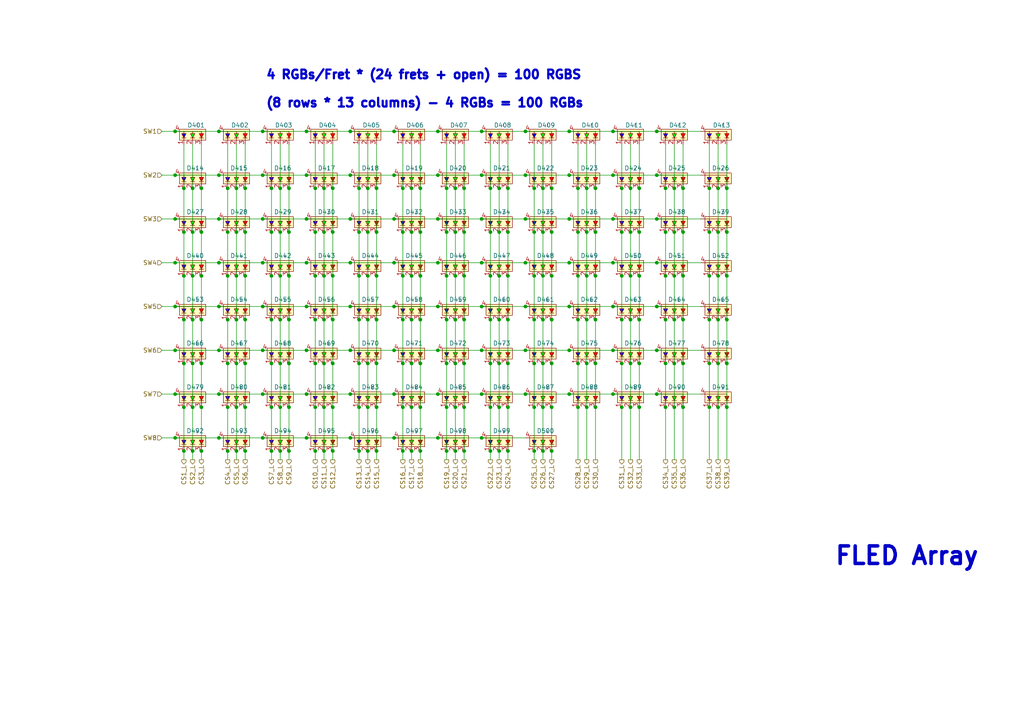
<source format=kicad_sch>
(kicad_sch (version 20250114) (generator "eeschema") (generator_version "9.0")
  (paper "A4")
  (title_block (title "Beacon Tower") (date "2025-06-14") (rev "1"))
  (text "FLED Array" (at 241.808 164.338 0) (effects (font (size 5.08 5.08) (thickness 1.016) (bold yes)) (justify left bottom)))
  (text "\n\n4 RGBs/Fret * (24 frets + open) = 100 RGBS\n\n(8 rows * 13 columns) - 4 RGBs = 100 RGBs" (at 76.962 31.496 0) (effects (font (size 2.54 2.54) (thickness 1.016) (bold yes)) (justify left bottom)))
  (junction (at 78.74 130.81))
  (junction (at 114.3 101.6))
  (junction (at 127 127))
  (junction (at 55.88 67.31))
  (junction (at 157.48 130.81))
  (junction (at 160.02 92.71))
  (junction (at 91.44 105.41))
  (junction (at 91.44 54.61))
  (junction (at 157.48 80.01))
  (junction (at 142.24 105.41))
  (junction (at 109.22 118.11))
  (junction (at 185.42 92.71))
  (junction (at 152.4 50.8))
  (junction (at 177.8 76.2))
  (junction (at 66.04 130.81))
  (junction (at 134.62 54.61))
  (junction (at 198.12 118.11))
  (junction (at 154.94 67.31))
  (junction (at 116.84 80.01))
  (junction (at 182.88 118.11))
  (junction (at 142.24 80.01))
  (junction (at 81.28 118.11))
  (junction (at 121.92 54.61))
  (junction (at 93.98 118.11))
  (junction (at 180.34 118.11))
  (junction (at 101.6 127))
  (junction (at 81.28 130.81))
  (junction (at 68.58 54.61))
  (junction (at 142.24 130.81))
  (junction (at 96.52 54.61))
  (junction (at 116.84 130.81))
  (junction (at 66.04 105.41))
  (junction (at 78.74 105.41))
  (junction (at 104.14 67.31))
  (junction (at 83.82 105.41))
  (junction (at 91.44 92.71))
  (junction (at 93.98 54.61))
  (junction (at 88.9 88.9))
  (junction (at 76.2 50.8))
  (junction (at 78.74 80.01))
  (junction (at 68.58 118.11))
  (junction (at 104.14 54.61))
  (junction (at 106.68 130.81))
  (junction (at 210.82 92.71))
  (junction (at 53.34 80.01))
  (junction (at 195.58 92.71))
  (junction (at 198.12 92.71))
  (junction (at 58.42 105.41))
  (junction (at 165.1 101.6))
  (junction (at 119.38 54.61))
  (junction (at 96.52 92.71))
  (junction (at 106.68 54.61))
  (junction (at 170.18 92.71))
  (junction (at 182.88 105.41))
  (junction (at 147.32 118.11))
  (junction (at 139.7 38.1))
  (junction (at 55.88 54.61))
  (junction (at 139.7 63.5))
  (junction (at 58.42 92.71))
  (junction (at 132.08 67.31))
  (junction (at 139.7 88.9))
  (junction (at 55.88 105.41))
  (junction (at 96.52 67.31))
  (junction (at 205.74 118.11))
  (junction (at 198.12 80.01))
  (junction (at 132.08 130.81))
  (junction (at 106.68 67.31))
  (junction (at 152.4 63.5))
  (junction (at 76.2 38.1))
  (junction (at 157.48 92.71))
  (junction (at 170.18 54.61))
  (junction (at 152.4 38.1))
  (junction (at 104.14 80.01))
  (junction (at 129.54 67.31))
  (junction (at 114.3 63.5))
  (junction (at 198.12 67.31))
  (junction (at 132.08 92.71))
  (junction (at 142.24 54.61))
  (junction (at 50.8 88.9))
  (junction (at 154.94 54.61))
  (junction (at 53.34 130.81))
  (junction (at 157.48 54.61))
  (junction (at 193.04 67.31))
  (junction (at 177.8 50.8))
  (junction (at 55.88 118.11))
  (junction (at 127 88.9))
  (junction (at 144.78 80.01))
  (junction (at 132.08 105.41))
  (junction (at 66.04 118.11))
  (junction (at 147.32 130.81))
  (junction (at 195.58 80.01))
  (junction (at 96.52 105.41))
  (junction (at 127 63.5))
  (junction (at 114.3 50.8))
  (junction (at 78.74 67.31))
  (junction (at 165.1 38.1))
  (junction (at 208.28 118.11))
  (junction (at 121.92 130.81))
  (junction (at 208.28 105.41))
  (junction (at 160.02 118.11))
  (junction (at 76.2 63.5))
  (junction (at 68.58 92.71))
  (junction (at 180.34 54.61))
  (junction (at 190.5 50.8))
  (junction (at 142.24 92.71))
  (junction (at 83.82 54.61))
  (junction (at 160.02 80.01))
  (junction (at 160.02 105.41))
  (junction (at 170.18 118.11))
  (junction (at 93.98 80.01))
  (junction (at 109.22 130.81))
  (junction (at 106.68 105.41))
  (junction (at 157.48 67.31))
  (junction (at 208.28 67.31))
  (junction (at 134.62 67.31))
  (junction (at 88.9 63.5))
  (junction (at 129.54 80.01))
  (junction (at 177.8 63.5))
  (junction (at 208.28 54.61))
  (junction (at 144.78 118.11))
  (junction (at 58.42 54.61))
  (junction (at 127 114.3))
  (junction (at 63.5 38.1))
  (junction (at 205.74 67.31))
  (junction (at 170.18 67.31))
  (junction (at 190.5 88.9))
  (junction (at 134.62 130.81))
  (junction (at 182.88 67.31))
  (junction (at 134.62 92.71))
  (junction (at 144.78 54.61))
  (junction (at 109.22 54.61))
  (junction (at 177.8 101.6))
  (junction (at 68.58 130.81))
  (junction (at 210.82 118.11))
  (junction (at 101.6 63.5))
  (junction (at 132.08 54.61))
  (junction (at 66.04 54.61))
  (junction (at 68.58 67.31))
  (junction (at 81.28 80.01))
  (junction (at 180.34 92.71))
  (junction (at 114.3 76.2))
  (junction (at 106.68 80.01))
  (junction (at 142.24 67.31))
  (junction (at 71.12 54.61))
  (junction (at 58.42 118.11))
  (junction (at 172.72 92.71))
  (junction (at 121.92 118.11))
  (junction (at 152.4 76.2))
  (junction (at 106.68 118.11))
  (junction (at 208.28 92.71))
  (junction (at 190.5 63.5))
  (junction (at 167.64 92.71))
  (junction (at 210.82 54.61))
  (junction (at 53.34 105.41))
  (junction (at 127 50.8))
  (junction (at 195.58 105.41))
  (junction (at 147.32 54.61))
  (junction (at 165.1 114.3))
  (junction (at 53.34 118.11))
  (junction (at 134.62 105.41))
  (junction (at 76.2 127))
  (junction (at 172.72 67.31))
  (junction (at 205.74 80.01))
  (junction (at 93.98 92.71))
  (junction (at 205.74 105.41))
  (junction (at 119.38 80.01))
  (junction (at 76.2 101.6))
  (junction (at 55.88 92.71))
  (junction (at 63.5 127))
  (junction (at 185.42 54.61))
  (junction (at 205.74 54.61))
  (junction (at 139.7 114.3))
  (junction (at 93.98 105.41))
  (junction (at 152.4 88.9))
  (junction (at 129.54 92.71))
  (junction (at 68.58 105.41))
  (junction (at 114.3 88.9))
  (junction (at 63.5 76.2))
  (junction (at 63.5 88.9))
  (junction (at 71.12 92.71))
  (junction (at 160.02 54.61))
  (junction (at 193.04 118.11))
  (junction (at 50.8 127))
  (junction (at 160.02 67.31))
  (junction (at 198.12 54.61))
  (junction (at 142.24 118.11))
  (junction (at 78.74 118.11))
  (junction (at 154.94 80.01))
  (junction (at 198.12 105.41))
  (junction (at 165.1 50.8))
  (junction (at 53.34 67.31))
  (junction (at 109.22 105.41))
  (junction (at 50.8 114.3))
  (junction (at 177.8 38.1))
  (junction (at 81.28 92.71))
  (junction (at 167.64 80.01))
  (junction (at 71.12 105.41))
  (junction (at 81.28 54.61))
  (junction (at 50.8 101.6))
  (junction (at 88.9 127))
  (junction (at 132.08 80.01))
  (junction (at 50.8 76.2))
  (junction (at 66.04 92.71))
  (junction (at 68.58 80.01))
  (junction (at 114.3 38.1))
  (junction (at 129.54 118.11))
  (junction (at 154.94 105.41))
  (junction (at 144.78 130.81))
  (junction (at 91.44 118.11))
  (junction (at 58.42 67.31))
  (junction (at 83.82 67.31))
  (junction (at 165.1 63.5))
  (junction (at 195.58 118.11))
  (junction (at 71.12 118.11))
  (junction (at 91.44 67.31))
  (junction (at 167.64 118.11))
  (junction (at 76.2 76.2))
  (junction (at 58.42 130.81))
  (junction (at 104.14 105.41))
  (junction (at 172.72 118.11))
  (junction (at 152.4 101.6))
  (junction (at 55.88 80.01))
  (junction (at 205.74 92.71))
  (junction (at 170.18 105.41))
  (junction (at 71.12 130.81))
  (junction (at 167.64 54.61))
  (junction (at 147.32 67.31))
  (junction (at 109.22 80.01))
  (junction (at 134.62 80.01))
  (junction (at 109.22 67.31))
  (junction (at 88.9 114.3))
  (junction (at 91.44 80.01))
  (junction (at 157.48 105.41))
  (junction (at 71.12 67.31))
  (junction (at 208.28 80.01))
  (junction (at 96.52 130.81))
  (junction (at 190.5 76.2))
  (junction (at 101.6 38.1))
  (junction (at 129.54 105.41))
  (junction (at 101.6 50.8))
  (junction (at 134.62 118.11))
  (junction (at 154.94 118.11))
  (junction (at 58.42 80.01))
  (junction (at 96.52 118.11))
  (junction (at 172.72 105.41))
  (junction (at 88.9 76.2))
  (junction (at 177.8 88.9))
  (junction (at 88.9 50.8))
  (junction (at 119.38 67.31))
  (junction (at 101.6 101.6))
  (junction (at 116.84 92.71))
  (junction (at 114.3 114.3))
  (junction (at 139.7 76.2))
  (junction (at 167.64 67.31))
  (junction (at 193.04 105.41))
  (junction (at 144.78 92.71))
  (junction (at 76.2 114.3))
  (junction (at 66.04 67.31))
  (junction (at 96.52 80.01))
  (junction (at 101.6 114.3))
  (junction (at 177.8 114.3))
  (junction (at 182.88 54.61))
  (junction (at 147.32 92.71))
  (junction (at 104.14 118.11))
  (junction (at 185.42 80.01))
  (junction (at 167.64 105.41))
  (junction (at 121.92 67.31))
  (junction (at 127 76.2))
  (junction (at 193.04 80.01))
  (junction (at 139.7 127))
  (junction (at 182.88 92.71))
  (junction (at 210.82 80.01))
  (junction (at 160.02 130.81))
  (junction (at 116.84 54.61))
  (junction (at 172.72 54.61))
  (junction (at 53.34 54.61))
  (junction (at 195.58 54.61))
  (junction (at 93.98 67.31))
  (junction (at 190.5 38.1))
  (junction (at 210.82 67.31))
  (junction (at 121.92 80.01))
  (junction (at 157.48 118.11))
  (junction (at 50.8 38.1))
  (junction (at 147.32 105.41))
  (junction (at 165.1 88.9))
  (junction (at 152.4 114.3))
  (junction (at 63.5 101.6))
  (junction (at 109.22 92.71))
  (junction (at 139.7 50.8))
  (junction (at 129.54 54.61))
  (junction (at 210.82 105.41))
  (junction (at 127 101.6))
  (junction (at 104.14 92.71))
  (junction (at 63.5 114.3))
  (junction (at 127 38.1))
  (junction (at 71.12 80.01))
  (junction (at 119.38 105.41))
  (junction (at 106.68 92.71))
  (junction (at 81.28 105.41))
  (junction (at 119.38 130.81))
  (junction (at 93.98 130.81))
  (junction (at 53.34 92.71))
  (junction (at 180.34 105.41))
  (junction (at 83.82 92.71))
  (junction (at 195.58 67.31))
  (junction (at 190.5 101.6))
  (junction (at 101.6 88.9))
  (junction (at 83.82 118.11))
  (junction (at 132.08 118.11))
  (junction (at 88.9 38.1))
  (junction (at 193.04 92.71))
  (junction (at 147.32 80.01))
  (junction (at 129.54 130.81))
  (junction (at 185.42 105.41))
  (junction (at 83.82 80.01))
  (junction (at 88.9 101.6))
  (junction (at 116.84 118.11))
  (junction (at 180.34 80.01))
  (junction (at 190.5 114.3))
  (junction (at 50.8 63.5))
  (junction (at 119.38 92.71))
  (junction (at 63.5 63.5))
  (junction (at 119.38 118.11))
  (junction (at 172.72 80.01))
  (junction (at 55.88 130.81))
  (junction (at 78.74 54.61))
  (junction (at 78.74 92.71))
  (junction (at 114.3 127))
  (junction (at 144.78 105.41))
  (junction (at 104.14 130.81))
  (junction (at 91.44 130.81))
  (junction (at 81.28 67.31))
  (junction (at 121.92 105.41))
  (junction (at 182.88 80.01))
  (junction (at 116.84 105.41))
  (junction (at 50.8 50.8))
  (junction (at 144.78 67.31))
  (junction (at 63.5 50.8))
  (junction (at 76.2 88.9))
  (junction (at 83.82 130.81))
  (junction (at 185.42 118.11))
  (junction (at 66.04 80.01))
  (junction (at 165.1 76.2))
  (junction (at 101.6 76.2))
  (junction (at 139.7 101.6))
  (junction (at 193.04 54.61))
  (junction (at 180.34 67.31))
  (junction (at 121.92 92.71))
  (junction (at 170.18 80.01))
  (junction (at 185.42 67.31))
  (junction (at 116.84 67.31))
  (junction (at 154.94 130.81))
  (junction (at 154.94 92.71))
  (wire (pts (xy 119.38 67.31) (xy 119.38 80.01)))
  (wire (pts (xy 55.88 105.41) (xy 55.88 118.11)))
  (wire (pts (xy 114.3 101.6) (xy 127 101.6)))
  (wire (pts (xy 195.58 54.61) (xy 195.58 67.31)))
  (wire (pts (xy 88.9 76.2) (xy 101.6 76.2)))
  (wire (pts (xy 152.4 50.8) (xy 165.1 50.8)))
  (wire (pts (xy 93.98 92.71) (xy 93.98 105.41)))
  (wire (pts (xy 66.04 118.11) (xy 66.04 130.81)))
  (wire (pts (xy 116.84 67.31) (xy 116.84 80.01)))
  (wire (pts (xy 154.94 105.41) (xy 154.94 118.11)))
  (wire (pts (xy 142.24 130.81) (xy 142.24 133.35)))
  (wire (pts (xy 46.99 76.2) (xy 50.8 76.2)))
  (wire (pts (xy 78.74 41.91) (xy 78.74 54.61)))
  (wire (pts (xy 96.52 41.91) (xy 96.52 54.61)))
  (wire (pts (xy 71.12 41.91) (xy 71.12 54.61)))
  (wire (pts (xy 81.28 92.71) (xy 81.28 105.41)))
  (wire (pts (xy 180.34 118.11) (xy 180.34 133.35)))
  (wire (pts (xy 68.58 67.31) (xy 68.58 80.01)))
  (wire (pts (xy 88.9 114.3) (xy 101.6 114.3)))
  (wire (pts (xy 210.82 80.01) (xy 210.82 92.71)))
  (wire (pts (xy 160.02 92.71) (xy 160.02 105.41)))
  (wire (pts (xy 152.4 101.6) (xy 165.1 101.6)))
  (wire (pts (xy 160.02 54.61) (xy 160.02 67.31)))
  (wire (pts (xy 208.28 118.11) (xy 208.28 133.35)))
  (wire (pts (xy 144.78 80.01) (xy 144.78 92.71)))
  (wire (pts (xy 208.28 54.61) (xy 208.28 67.31)))
  (wire (pts (xy 127 50.8) (xy 139.7 50.8)))
  (wire (pts (xy 170.18 80.01) (xy 170.18 92.71)))
  (wire (pts (xy 63.5 38.1) (xy 76.2 38.1)))
  (wire (pts (xy 88.9 88.9) (xy 101.6 88.9)))
  (wire (pts (xy 121.92 80.01) (xy 121.92 92.71)))
  (wire (pts (xy 182.88 67.31) (xy 182.88 80.01)))
  (wire (pts (xy 83.82 105.41) (xy 83.82 118.11)))
  (wire (pts (xy 142.24 67.31) (xy 142.24 80.01)))
  (wire (pts (xy 198.12 118.11) (xy 198.12 133.35)))
  (wire (pts (xy 121.92 130.81) (xy 121.92 133.35)))
  (wire (pts (xy 129.54 130.81) (xy 129.54 133.35)))
  (wire (pts (xy 205.74 92.71) (xy 205.74 105.41)))
  (wire (pts (xy 170.18 67.31) (xy 170.18 80.01)))
  (wire (pts (xy 165.1 50.8) (xy 177.8 50.8)))
  (wire (pts (xy 78.74 54.61) (xy 78.74 67.31)))
  (wire (pts (xy 167.64 67.31) (xy 167.64 80.01)))
  (wire (pts (xy 172.72 92.71) (xy 172.72 105.41)))
  (wire (pts (xy 132.08 41.91) (xy 132.08 54.61)))
  (wire (pts (xy 147.32 80.01) (xy 147.32 92.71)))
  (wire (pts (xy 116.84 41.91) (xy 116.84 54.61)))
  (wire (pts (xy 160.02 41.91) (xy 160.02 54.61)))
  (wire (pts (xy 93.98 54.61) (xy 93.98 67.31)))
  (wire (pts (xy 83.82 118.11) (xy 83.82 130.81)))
  (wire (pts (xy 58.42 92.71) (xy 58.42 105.41)))
  (wire (pts (xy 71.12 118.11) (xy 71.12 130.81)))
  (wire (pts (xy 50.8 76.2) (xy 63.5 76.2)))
  (wire (pts (xy 127 127) (xy 139.7 127)))
  (wire (pts (xy 165.1 76.2) (xy 177.8 76.2)))
  (wire (pts (xy 172.72 118.11) (xy 172.72 133.35)))
  (wire (pts (xy 83.82 67.31) (xy 83.82 80.01)))
  (wire (pts (xy 154.94 80.01) (xy 154.94 92.71)))
  (wire (pts (xy 193.04 105.41) (xy 193.04 118.11)))
  (wire (pts (xy 208.28 105.41) (xy 208.28 118.11)))
  (wire (pts (xy 63.5 127) (xy 76.2 127)))
  (wire (pts (xy 76.2 50.8) (xy 88.9 50.8)))
  (wire (pts (xy 154.94 118.11) (xy 154.94 130.81)))
  (wire (pts (xy 205.74 118.11) (xy 205.74 133.35)))
  (wire (pts (xy 195.58 80.01) (xy 195.58 92.71)))
  (wire (pts (xy 139.7 63.5) (xy 152.4 63.5)))
  (wire (pts (xy 177.8 63.5) (xy 190.5 63.5)))
  (wire (pts (xy 119.38 105.41) (xy 119.38 118.11)))
  (wire (pts (xy 55.88 80.01) (xy 55.88 92.71)))
  (wire (pts (xy 205.74 105.41) (xy 205.74 118.11)))
  (wire (pts (xy 154.94 54.61) (xy 154.94 67.31)))
  (wire (pts (xy 134.62 130.81) (xy 134.62 133.35)))
  (wire (pts (xy 147.32 105.41) (xy 147.32 118.11)))
  (wire (pts (xy 119.38 80.01) (xy 119.38 92.71)))
  (wire (pts (xy 68.58 41.91) (xy 68.58 54.61)))
  (wire (pts (xy 78.74 118.11) (xy 78.74 130.81)))
  (wire (pts (xy 81.28 130.81) (xy 81.28 133.35)))
  (wire (pts (xy 134.62 41.91) (xy 134.62 54.61)))
  (wire (pts (xy 134.62 118.11) (xy 134.62 130.81)))
  (wire (pts (xy 66.04 67.31) (xy 66.04 80.01)))
  (wire (pts (xy 58.42 80.01) (xy 58.42 92.71)))
  (wire (pts (xy 167.64 105.41) (xy 167.64 118.11)))
  (wire (pts (xy 139.7 88.9) (xy 152.4 88.9)))
  (wire (pts (xy 55.88 130.81) (xy 55.88 133.35)))
  (wire (pts (xy 63.5 76.2) (xy 76.2 76.2)))
  (wire (pts (xy 114.3 76.2) (xy 127 76.2)))
  (wire (pts (xy 76.2 127) (xy 88.9 127)))
  (wire (pts (xy 157.48 130.81) (xy 157.48 133.35)))
  (wire (pts (xy 50.8 114.3) (xy 63.5 114.3)))
  (wire (pts (xy 127 101.6) (xy 139.7 101.6)))
  (wire (pts (xy 142.24 105.41) (xy 142.24 118.11)))
  (wire (pts (xy 134.62 105.41) (xy 134.62 118.11)))
  (wire (pts (xy 129.54 80.01) (xy 129.54 92.71)))
  (wire (pts (xy 109.22 130.81) (xy 109.22 133.35)))
  (wire (pts (xy 78.74 92.71) (xy 78.74 105.41)))
  (wire (pts (xy 177.8 114.3) (xy 190.5 114.3)))
  (wire (pts (xy 185.42 54.61) (xy 185.42 67.31)))
  (wire (pts (xy 154.94 41.91) (xy 154.94 54.61)))
  (wire (pts (xy 55.88 92.71) (xy 55.88 105.41)))
  (wire (pts (xy 78.74 80.01) (xy 78.74 92.71)))
  (wire (pts (xy 114.3 88.9) (xy 127 88.9)))
  (wire (pts (xy 109.22 105.41) (xy 109.22 118.11)))
  (wire (pts (xy 58.42 41.91) (xy 58.42 54.61)))
  (wire (pts (xy 157.48 92.71) (xy 157.48 105.41)))
  (wire (pts (xy 190.5 76.2) (xy 203.2 76.2)))
  (wire (pts (xy 119.38 92.71) (xy 119.38 105.41)))
  (wire (pts (xy 198.12 80.01) (xy 198.12 92.71)))
  (wire (pts (xy 132.08 54.61) (xy 132.08 67.31)))
  (wire (pts (xy 53.34 92.71) (xy 53.34 105.41)))
  (wire (pts (xy 170.18 118.11) (xy 170.18 133.35)))
  (wire (pts (xy 116.84 105.41) (xy 116.84 118.11)))
  (wire (pts (xy 182.88 80.01) (xy 182.88 92.71)))
  (wire (pts (xy 68.58 80.01) (xy 68.58 92.71)))
  (wire (pts (xy 83.82 80.01) (xy 83.82 92.71)))
  (wire (pts (xy 71.12 130.81) (xy 71.12 133.35)))
  (wire (pts (xy 81.28 118.11) (xy 81.28 130.81)))
  (wire (pts (xy 190.5 38.1) (xy 203.2 38.1)))
  (wire (pts (xy 101.6 101.6) (xy 114.3 101.6)))
  (wire (pts (xy 121.92 41.91) (xy 121.92 54.61)))
  (wire (pts (xy 195.58 105.41) (xy 195.58 118.11)))
  (wire (pts (xy 71.12 67.31) (xy 71.12 80.01)))
  (wire (pts (xy 109.22 92.71) (xy 109.22 105.41)))
  (wire (pts (xy 193.04 41.91) (xy 193.04 54.61)))
  (wire (pts (xy 182.88 92.71) (xy 182.88 105.41)))
  (wire (pts (xy 132.08 67.31) (xy 132.08 80.01)))
  (wire (pts (xy 88.9 63.5) (xy 101.6 63.5)))
  (wire (pts (xy 167.64 80.01) (xy 167.64 92.71)))
  (wire (pts (xy 96.52 92.71) (xy 96.52 105.41)))
  (wire (pts (xy 195.58 41.91) (xy 195.58 54.61)))
  (wire (pts (xy 165.1 88.9) (xy 177.8 88.9)))
  (wire (pts (xy 142.24 41.91) (xy 142.24 54.61)))
  (wire (pts (xy 116.84 80.01) (xy 116.84 92.71)))
  (wire (pts (xy 109.22 67.31) (xy 109.22 80.01)))
  (wire (pts (xy 208.28 92.71) (xy 208.28 105.41)))
  (wire (pts (xy 96.52 105.41) (xy 96.52 118.11)))
  (wire (pts (xy 190.5 63.5) (xy 203.2 63.5)))
  (wire (pts (xy 129.54 41.91) (xy 129.54 54.61)))
  (wire (pts (xy 76.2 63.5) (xy 88.9 63.5)))
  (wire (pts (xy 76.2 76.2) (xy 88.9 76.2)))
  (wire (pts (xy 177.8 76.2) (xy 190.5 76.2)))
  (wire (pts (xy 53.34 54.61) (xy 53.34 67.31)))
  (wire (pts (xy 165.1 63.5) (xy 177.8 63.5)))
  (wire (pts (xy 101.6 50.8) (xy 114.3 50.8)))
  (wire (pts (xy 66.04 41.91) (xy 66.04 54.61)))
  (wire (pts (xy 157.48 118.11) (xy 157.48 130.81)))
  (wire (pts (xy 142.24 80.01) (xy 142.24 92.71)))
  (wire (pts (xy 101.6 88.9) (xy 114.3 88.9)))
  (wire (pts (xy 104.14 67.31) (xy 104.14 80.01)))
  (wire (pts (xy 154.94 67.31) (xy 154.94 80.01)))
  (wire (pts (xy 50.8 101.6) (xy 63.5 101.6)))
  (wire (pts (xy 132.08 105.41) (xy 132.08 118.11)))
  (wire (pts (xy 91.44 67.31) (xy 91.44 80.01)))
  (wire (pts (xy 101.6 63.5) (xy 114.3 63.5)))
  (wire (pts (xy 139.7 127) (xy 152.4 127)))
  (wire (pts (xy 114.3 63.5) (xy 127 63.5)))
  (wire (pts (xy 144.78 41.91) (xy 144.78 54.61)))
  (wire (pts (xy 114.3 38.1) (xy 127 38.1)))
  (wire (pts (xy 71.12 54.61) (xy 71.12 67.31)))
  (wire (pts (xy 210.82 92.71) (xy 210.82 105.41)))
  (wire (pts (xy 116.84 118.11) (xy 116.84 130.81)))
  (wire (pts (xy 53.34 41.91) (xy 53.34 54.61)))
  (wire (pts (xy 46.99 127) (xy 50.8 127)))
  (wire (pts (xy 210.82 54.61) (xy 210.82 67.31)))
  (wire (pts (xy 193.04 118.11) (xy 193.04 133.35)))
  (wire (pts (xy 139.7 101.6) (xy 152.4 101.6)))
  (wire (pts (xy 190.5 101.6) (xy 203.2 101.6)))
  (wire (pts (xy 53.34 67.31) (xy 53.34 80.01)))
  (wire (pts (xy 121.92 92.71) (xy 121.92 105.41)))
  (wire (pts (xy 132.08 92.71) (xy 132.08 105.41)))
  (wire (pts (xy 144.78 92.71) (xy 144.78 105.41)))
  (wire (pts (xy 58.42 54.61) (xy 58.42 67.31)))
  (wire (pts (xy 66.04 80.01) (xy 66.04 92.71)))
  (wire (pts (xy 193.04 67.31) (xy 193.04 80.01)))
  (wire (pts (xy 129.54 67.31) (xy 129.54 80.01)))
  (wire (pts (xy 134.62 54.61) (xy 134.62 67.31)))
  (wire (pts (xy 160.02 105.41) (xy 160.02 118.11)))
  (wire (pts (xy 127 88.9) (xy 139.7 88.9)))
  (wire (pts (xy 53.34 105.41) (xy 53.34 118.11)))
  (wire (pts (xy 50.8 88.9) (xy 63.5 88.9)))
  (wire (pts (xy 147.32 92.71) (xy 147.32 105.41)))
  (wire (pts (xy 180.34 54.61) (xy 180.34 67.31)))
  (wire (pts (xy 114.3 50.8) (xy 127 50.8)))
  (wire (pts (xy 139.7 38.1) (xy 152.4 38.1)))
  (wire (pts (xy 182.88 118.11) (xy 182.88 133.35)))
  (wire (pts (xy 106.68 118.11) (xy 106.68 130.81)))
  (wire (pts (xy 83.82 130.81) (xy 83.82 133.35)))
  (wire (pts (xy 71.12 92.71) (xy 71.12 105.41)))
  (wire (pts (xy 63.5 88.9) (xy 76.2 88.9)))
  (wire (pts (xy 129.54 92.71) (xy 129.54 105.41)))
  (wire (pts (xy 152.4 76.2) (xy 165.1 76.2)))
  (wire (pts (xy 144.78 118.11) (xy 144.78 130.81)))
  (wire (pts (xy 170.18 41.91) (xy 170.18 54.61)))
  (wire (pts (xy 190.5 50.8) (xy 203.2 50.8)))
  (wire (pts (xy 170.18 54.61) (xy 170.18 67.31)))
  (wire (pts (xy 46.99 114.3) (xy 50.8 114.3)))
  (wire (pts (xy 205.74 67.31) (xy 205.74 80.01)))
  (wire (pts (xy 157.48 41.91) (xy 157.48 54.61)))
  (wire (pts (xy 93.98 105.41) (xy 93.98 118.11)))
  (wire (pts (xy 195.58 118.11) (xy 195.58 133.35)))
  (wire (pts (xy 81.28 54.61) (xy 81.28 67.31)))
  (wire (pts (xy 93.98 80.01) (xy 93.98 92.71)))
  (wire (pts (xy 109.22 118.11) (xy 109.22 130.81)))
  (wire (pts (xy 63.5 114.3) (xy 76.2 114.3)))
  (wire (pts (xy 104.14 130.81) (xy 104.14 133.35)))
  (wire (pts (xy 104.14 105.41) (xy 104.14 118.11)))
  (wire (pts (xy 185.42 67.31) (xy 185.42 80.01)))
  (wire (pts (xy 55.88 54.61) (xy 55.88 67.31)))
  (wire (pts (xy 116.84 92.71) (xy 116.84 105.41)))
  (wire (pts (xy 193.04 80.01) (xy 193.04 92.71)))
  (wire (pts (xy 88.9 101.6) (xy 101.6 101.6)))
  (wire (pts (xy 68.58 130.81) (xy 68.58 133.35)))
  (wire (pts (xy 160.02 118.11) (xy 160.02 130.81)))
  (wire (pts (xy 127 63.5) (xy 139.7 63.5)))
  (wire (pts (xy 93.98 130.81) (xy 93.98 133.35)))
  (wire (pts (xy 167.64 54.61) (xy 167.64 67.31)))
  (wire (pts (xy 142.24 92.71) (xy 142.24 105.41)))
  (wire (pts (xy 91.44 92.71) (xy 91.44 105.41)))
  (wire (pts (xy 91.44 105.41) (xy 91.44 118.11)))
  (wire (pts (xy 104.14 80.01) (xy 104.14 92.71)))
  (wire (pts (xy 50.8 38.1) (xy 63.5 38.1)))
  (wire (pts (xy 147.32 118.11) (xy 147.32 130.81)))
  (wire (pts (xy 104.14 92.71) (xy 104.14 105.41)))
  (wire (pts (xy 198.12 41.91) (xy 198.12 54.61)))
  (wire (pts (xy 55.88 67.31) (xy 55.88 80.01)))
  (wire (pts (xy 157.48 105.41) (xy 157.48 118.11)))
  (wire (pts (xy 121.92 67.31) (xy 121.92 80.01)))
  (wire (pts (xy 91.44 118.11) (xy 91.44 130.81)))
  (wire (pts (xy 154.94 92.71) (xy 154.94 105.41)))
  (wire (pts (xy 58.42 67.31) (xy 58.42 80.01)))
  (wire (pts (xy 182.88 105.41) (xy 182.88 118.11)))
  (wire (pts (xy 170.18 92.71) (xy 170.18 105.41)))
  (wire (pts (xy 116.84 130.81) (xy 116.84 133.35)))
  (wire (pts (xy 81.28 41.91) (xy 81.28 54.61)))
  (wire (pts (xy 182.88 41.91) (xy 182.88 54.61)))
  (wire (pts (xy 68.58 92.71) (xy 68.58 105.41)))
  (wire (pts (xy 165.1 101.6) (xy 177.8 101.6)))
  (wire (pts (xy 152.4 114.3) (xy 165.1 114.3)))
  (wire (pts (xy 106.68 80.01) (xy 106.68 92.71)))
  (wire (pts (xy 63.5 101.6) (xy 76.2 101.6)))
  (wire (pts (xy 208.28 80.01) (xy 208.28 92.71)))
  (wire (pts (xy 144.78 130.81) (xy 144.78 133.35)))
  (wire (pts (xy 71.12 105.41) (xy 71.12 118.11)))
  (wire (pts (xy 198.12 105.41) (xy 198.12 118.11)))
  (wire (pts (xy 81.28 105.41) (xy 81.28 118.11)))
  (wire (pts (xy 46.99 101.6) (xy 50.8 101.6)))
  (wire (pts (xy 121.92 54.61) (xy 121.92 67.31)))
  (wire (pts (xy 91.44 130.81) (xy 91.44 133.35)))
  (wire (pts (xy 88.9 50.8) (xy 101.6 50.8)))
  (wire (pts (xy 101.6 114.3) (xy 114.3 114.3)))
  (wire (pts (xy 71.12 80.01) (xy 71.12 92.71)))
  (wire (pts (xy 210.82 67.31) (xy 210.82 80.01)))
  (wire (pts (xy 116.84 54.61) (xy 116.84 67.31)))
  (wire (pts (xy 132.08 80.01) (xy 132.08 92.71)))
  (wire (pts (xy 167.64 92.71) (xy 167.64 105.41)))
  (wire (pts (xy 185.42 80.01) (xy 185.42 92.71)))
  (wire (pts (xy 93.98 67.31) (xy 93.98 80.01)))
  (wire (pts (xy 180.34 41.91) (xy 180.34 54.61)))
  (wire (pts (xy 96.52 67.31) (xy 96.52 80.01)))
  (wire (pts (xy 106.68 41.91) (xy 106.68 54.61)))
  (wire (pts (xy 81.28 80.01) (xy 81.28 92.71)))
  (wire (pts (xy 185.42 92.71) (xy 185.42 105.41)))
  (wire (pts (xy 142.24 118.11) (xy 142.24 130.81)))
  (wire (pts (xy 93.98 118.11) (xy 93.98 130.81)))
  (wire (pts (xy 185.42 41.91) (xy 185.42 54.61)))
  (wire (pts (xy 157.48 67.31) (xy 157.48 80.01)))
  (wire (pts (xy 208.28 41.91) (xy 208.28 54.61)))
  (wire (pts (xy 129.54 105.41) (xy 129.54 118.11)))
  (wire (pts (xy 78.74 67.31) (xy 78.74 80.01)))
  (wire (pts (xy 106.68 92.71) (xy 106.68 105.41)))
  (wire (pts (xy 46.99 38.1) (xy 50.8 38.1)))
  (wire (pts (xy 53.34 80.01) (xy 53.34 92.71)))
  (wire (pts (xy 119.38 41.91) (xy 119.38 54.61)))
  (wire (pts (xy 106.68 67.31) (xy 106.68 80.01)))
  (wire (pts (xy 109.22 80.01) (xy 109.22 92.71)))
  (wire (pts (xy 172.72 41.91) (xy 172.72 54.61)))
  (wire (pts (xy 144.78 67.31) (xy 144.78 80.01)))
  (wire (pts (xy 127 114.3) (xy 139.7 114.3)))
  (wire (pts (xy 210.82 105.41) (xy 210.82 118.11)))
  (wire (pts (xy 129.54 118.11) (xy 129.54 130.81)))
  (wire (pts (xy 76.2 114.3) (xy 88.9 114.3)))
  (wire (pts (xy 198.12 54.61) (xy 198.12 67.31)))
  (wire (pts (xy 144.78 105.41) (xy 144.78 118.11)))
  (wire (pts (xy 114.3 127) (xy 127 127)))
  (wire (pts (xy 46.99 63.5) (xy 50.8 63.5)))
  (wire (pts (xy 180.34 105.41) (xy 180.34 118.11)))
  (wire (pts (xy 46.99 50.8) (xy 50.8 50.8)))
  (wire (pts (xy 172.72 80.01) (xy 172.72 92.71)))
  (wire (pts (xy 177.8 50.8) (xy 190.5 50.8)))
  (wire (pts (xy 109.22 54.61) (xy 109.22 67.31)))
  (wire (pts (xy 76.2 88.9) (xy 88.9 88.9)))
  (wire (pts (xy 190.5 114.3) (xy 203.2 114.3)))
  (wire (pts (xy 83.82 54.61) (xy 83.82 67.31)))
  (wire (pts (xy 58.42 118.11) (xy 58.42 130.81)))
  (wire (pts (xy 101.6 127) (xy 114.3 127)))
  (wire (pts (xy 96.52 118.11) (xy 96.52 130.81)))
  (wire (pts (xy 205.74 80.01) (xy 205.74 92.71)))
  (wire (pts (xy 152.4 38.1) (xy 165.1 38.1)))
  (wire (pts (xy 66.04 130.81) (xy 66.04 133.35)))
  (wire (pts (xy 127 76.2) (xy 139.7 76.2)))
  (wire (pts (xy 101.6 76.2) (xy 114.3 76.2)))
  (wire (pts (xy 68.58 118.11) (xy 68.58 130.81)))
  (wire (pts (xy 177.8 38.1) (xy 190.5 38.1)))
  (wire (pts (xy 78.74 130.81) (xy 78.74 133.35)))
  (wire (pts (xy 165.1 114.3) (xy 177.8 114.3)))
  (wire (pts (xy 114.3 114.3) (xy 127 114.3)))
  (wire (pts (xy 119.38 118.11) (xy 119.38 130.81)))
  (wire (pts (xy 63.5 63.5) (xy 76.2 63.5)))
  (wire (pts (xy 134.62 80.01) (xy 134.62 92.71)))
  (wire (pts (xy 104.14 41.91) (xy 104.14 54.61)))
  (wire (pts (xy 121.92 118.11) (xy 121.92 130.81)))
  (wire (pts (xy 50.8 50.8) (xy 63.5 50.8)))
  (wire (pts (xy 76.2 101.6) (xy 88.9 101.6)))
  (wire (pts (xy 167.64 41.91) (xy 167.64 54.61)))
  (wire (pts (xy 58.42 130.81) (xy 58.42 133.35)))
  (wire (pts (xy 177.8 88.9) (xy 190.5 88.9)))
  (wire (pts (xy 66.04 54.61) (xy 66.04 67.31)))
  (wire (pts (xy 193.04 54.61) (xy 193.04 67.31)))
  (wire (pts (xy 160.02 130.81) (xy 160.02 133.35)))
  (wire (pts (xy 127 38.1) (xy 139.7 38.1)))
  (wire (pts (xy 55.88 41.91) (xy 55.88 54.61)))
  (wire (pts (xy 106.68 105.41) (xy 106.68 118.11)))
  (wire (pts (xy 104.14 118.11) (xy 104.14 130.81)))
  (wire (pts (xy 157.48 54.61) (xy 157.48 67.31)))
  (wire (pts (xy 177.8 101.6) (xy 190.5 101.6)))
  (wire (pts (xy 88.9 127) (xy 101.6 127)))
  (wire (pts (xy 139.7 50.8) (xy 152.4 50.8)))
  (wire (pts (xy 83.82 92.71) (xy 83.82 105.41)))
  (wire (pts (xy 78.74 105.41) (xy 78.74 118.11)))
  (wire (pts (xy 96.52 54.61) (xy 96.52 67.31)))
  (wire (pts (xy 210.82 118.11) (xy 210.82 133.35)))
  (wire (pts (xy 198.12 67.31) (xy 198.12 80.01)))
  (wire (pts (xy 147.32 54.61) (xy 147.32 67.31)))
  (wire (pts (xy 119.38 130.81) (xy 119.38 133.35)))
  (wire (pts (xy 180.34 67.31) (xy 180.34 80.01)))
  (wire (pts (xy 165.1 38.1) (xy 177.8 38.1)))
  (wire (pts (xy 182.88 54.61) (xy 182.88 67.31)))
  (wire (pts (xy 180.34 80.01) (xy 180.34 92.71)))
  (wire (pts (xy 190.5 88.9) (xy 203.2 88.9)))
  (wire (pts (xy 185.42 118.11) (xy 185.42 133.35)))
  (wire (pts (xy 50.8 127) (xy 63.5 127)))
  (wire (pts (xy 104.14 54.61) (xy 104.14 67.31)))
  (wire (pts (xy 83.82 41.91) (xy 83.82 54.61)))
  (wire (pts (xy 66.04 105.41) (xy 66.04 118.11)))
  (wire (pts (xy 68.58 105.41) (xy 68.58 118.11)))
  (wire (pts (xy 58.42 105.41) (xy 58.42 118.11)))
  (wire (pts (xy 88.9 38.1) (xy 101.6 38.1)))
  (wire (pts (xy 93.98 41.91) (xy 93.98 54.61)))
  (wire (pts (xy 195.58 67.31) (xy 195.58 80.01)))
  (wire (pts (xy 119.38 54.61) (xy 119.38 67.31)))
  (wire (pts (xy 68.58 54.61) (xy 68.58 67.31)))
  (wire (pts (xy 210.82 41.91) (xy 210.82 54.61)))
  (wire (pts (xy 193.04 92.71) (xy 193.04 105.41)))
  (wire (pts (xy 154.94 130.81) (xy 154.94 133.35)))
  (wire (pts (xy 205.74 41.91) (xy 205.74 54.61)))
  (wire (pts (xy 55.88 118.11) (xy 55.88 130.81)))
  (wire (pts (xy 152.4 88.9) (xy 165.1 88.9)))
  (wire (pts (xy 91.44 80.01) (xy 91.44 92.71)))
  (wire (pts (xy 121.92 105.41) (xy 121.92 118.11)))
  (wire (pts (xy 152.4 63.5) (xy 165.1 63.5)))
  (wire (pts (xy 50.8 63.5) (xy 63.5 63.5)))
  (wire (pts (xy 134.62 92.71) (xy 134.62 105.41)))
  (wire (pts (xy 147.32 130.81) (xy 147.32 133.35)))
  (wire (pts (xy 106.68 54.61) (xy 106.68 67.31)))
  (wire (pts (xy 46.99 88.9) (xy 50.8 88.9)))
  (wire (pts (xy 96.52 80.01) (xy 96.52 92.71)))
  (wire (pts (xy 142.24 54.61) (xy 142.24 67.31)))
  (wire (pts (xy 91.44 41.91) (xy 91.44 54.61)))
  (wire (pts (xy 160.02 67.31) (xy 160.02 80.01)))
  (wire (pts (xy 180.34 92.71) (xy 180.34 105.41)))
  (wire (pts (xy 53.34 118.11) (xy 53.34 130.81)))
  (wire (pts (xy 106.68 130.81) (xy 106.68 133.35)))
  (wire (pts (xy 53.34 130.81) (xy 53.34 133.35)))
  (wire (pts (xy 208.28 67.31) (xy 208.28 80.01)))
  (wire (pts (xy 91.44 54.61) (xy 91.44 67.31)))
  (wire (pts (xy 172.72 54.61) (xy 172.72 67.31)))
  (wire (pts (xy 195.58 92.71) (xy 195.58 105.41)))
  (wire (pts (xy 101.6 38.1) (xy 114.3 38.1)))
  (wire (pts (xy 172.72 105.41) (xy 172.72 118.11)))
  (wire (pts (xy 198.12 92.71) (xy 198.12 105.41)))
  (wire (pts (xy 109.22 41.91) (xy 109.22 54.61)))
  (wire (pts (xy 172.72 67.31) (xy 172.72 80.01)))
  (wire (pts (xy 132.08 130.81) (xy 132.08 133.35)))
  (wire (pts (xy 63.5 50.8) (xy 76.2 50.8)))
  (wire (pts (xy 167.64 118.11) (xy 167.64 133.35)))
  (wire (pts (xy 96.52 130.81) (xy 96.52 133.35)))
  (wire (pts (xy 139.7 76.2) (xy 152.4 76.2)))
  (wire (pts (xy 147.32 67.31) (xy 147.32 80.01)))
  (wire (pts (xy 132.08 118.11) (xy 132.08 130.81)))
  (wire (pts (xy 147.32 41.91) (xy 147.32 54.61)))
  (wire (pts (xy 66.04 92.71) (xy 66.04 105.41)))
  (wire (pts (xy 76.2 38.1) (xy 88.9 38.1)))
  (wire (pts (xy 81.28 67.31) (xy 81.28 80.01)))
  (wire (pts (xy 144.78 54.61) (xy 144.78 67.31)))
  (wire (pts (xy 205.74 54.61) (xy 205.74 67.31)))
  (wire (pts (xy 129.54 54.61) (xy 129.54 67.31)))
  (wire (pts (xy 134.62 67.31) (xy 134.62 80.01)))
  (wire (pts (xy 185.42 105.41) (xy 185.42 118.11)))
  (wire (pts (xy 170.18 105.41) (xy 170.18 118.11)))
  (wire (pts (xy 139.7 114.3) (xy 152.4 114.3)))
  (wire (pts (xy 160.02 80.01) (xy 160.02 92.71)))
  (wire (pts (xy 157.48 80.01) (xy 157.48 92.71)))
  (hierarchical_label "CS8_L" (shape output) (at 81.28 133.35 270))
  (hierarchical_label "CS23_L" (shape output) (at 144.78 133.35 270))
  (hierarchical_label "CS38_L" (shape output) (at 208.28 133.35 270))
  (hierarchical_label "CS22_L" (shape output) (at 142.24 133.35 270))
  (hierarchical_label "CS36_L" (shape output) (at 198.12 133.35 270))
  (hierarchical_label "CS15_L" (shape output) (at 109.22 133.35 270))
  (hierarchical_label "SW8" (shape input) (at 46.99 127 180))
  (hierarchical_label "CS16_L" (shape output) (at 116.84 133.35 270))
  (hierarchical_label "CS4_L" (shape output) (at 66.04 133.35 270))
  (hierarchical_label "CS1_L" (shape output) (at 53.34 133.35 270))
  (hierarchical_label "CS18_L" (shape output) (at 121.92 133.35 270))
  (hierarchical_label "CS24_L" (shape output) (at 147.32 133.35 270))
  (hierarchical_label "CS10_L" (shape output) (at 91.44 133.35 270))
  (hierarchical_label "CS7_L" (shape output) (at 78.74 133.35 270))
  (hierarchical_label "CS14_L" (shape output) (at 106.68 133.35 270))
  (hierarchical_label "SW6" (shape input) (at 46.99 101.6 180))
  (hierarchical_label "CS29_L" (shape output) (at 170.18 133.35 270))
  (hierarchical_label "CS11_L" (shape output) (at 93.98 133.35 270))
  (hierarchical_label "CS3_L" (shape output) (at 58.42 133.35 270))
  (hierarchical_label "CS31_L" (shape output) (at 180.34 133.35 270))
  (hierarchical_label "SW4" (shape input) (at 46.99 76.2 180))
  (hierarchical_label "CS28_L" (shape output) (at 167.64 133.35 270))
  (hierarchical_label "CS34_L" (shape output) (at 193.04 133.35 270))
  (hierarchical_label "CS12_L" (shape output) (at 96.52 133.35 270))
  (hierarchical_label "CS20_L" (shape output) (at 132.08 133.35 270))
  (hierarchical_label "CS26_L" (shape output) (at 157.48 133.35 270))
  (hierarchical_label "CS19_L" (shape output) (at 129.54 133.35 270))
  (hierarchical_label "CS33_L" (shape output) (at 185.42 133.35 270))
  (hierarchical_label "CS39_L" (shape output) (at 210.82 133.35 270))
  (hierarchical_label "CS35_L" (shape output) (at 195.58 133.35 270))
  (hierarchical_label "SW5" (shape input) (at 46.99 88.9 180))
  (hierarchical_label "CS9_L" (shape output) (at 83.82 133.35 270))
  (hierarchical_label "CS5_L" (shape output) (at 68.58 133.35 270))
  (hierarchical_label "CS21_L" (shape output) (at 134.62 133.35 270))
  (hierarchical_label "CS25_L" (shape output) (at 154.94 133.35 270))
  (hierarchical_label "CS13_L" (shape output) (at 104.14 133.35 270))
  (hierarchical_label "SW7" (shape input) (at 46.99 114.3 180))
  (hierarchical_label "SW3" (shape input) (at 46.99 63.5 180))
  (hierarchical_label "CS17_L" (shape output) (at 119.38 133.35 270))
  (hierarchical_label "CS27_L" (shape output) (at 160.02 133.35 270))
  (hierarchical_label "CS32_L" (shape output) (at 182.88 133.35 270))
  (hierarchical_label "SW1" (shape input) (at 46.99 38.1 180))
  (hierarchical_label "CS6_L" (shape output) (at 71.12 133.35 270))
  (hierarchical_label "CS37_L" (shape output) (at 205.74 133.35 270))
  (hierarchical_label "CS2_L" (shape output) (at 55.88 133.35 270))
  (hierarchical_label "SW2" (shape input) (at 46.99 50.8 180))
  (hierarchical_label "CS30_L" (shape output) (at 172.72 133.35 270))
  (symbol (lib_id "CUSTOM_LIBRARY:RGB_CommAnode") (at 177.8 114.3 90) (unit 1)
    (property "Reference" "D489" (at 186.182 112.268 90) (effects (justify left)))
    (property "Value" "~" (at 184.15 113.03 0) (effects (justify left)))
  )
  (symbol (lib_id "CUSTOM_LIBRARY:RGB_CommAnode") (at 139.7 101.6 90) (unit 1)
    (property "Reference" "D473" (at 148.082 99.568 90) (effects (justify left)))
    (property "Value" "~" (at 146.05 100.33 0) (effects (justify left)))
  )
  (symbol (lib_id "CUSTOM_LIBRARY:RGB_CommAnode") (at 177.8 38.1 90) (unit 1)
    (property "Reference" "D411" (at 186.436 36.322 90) (effects (justify left)))
    (property "Value" "~" (at 184.15 36.83 0) (effects (justify left)))
  )
  (symbol (lib_id "CUSTOM_LIBRARY:RGB_CommAnode") (at 165.1 38.1 90) (unit 1)
    (property "Reference" "D410" (at 173.736 36.322 90) (effects (justify left)))
    (property "Value" "~" (at 171.45 36.83 0) (effects (justify left)))
  )
  (symbol (lib_id "CUSTOM_LIBRARY:RGB_CommAnode") (at 88.9 88.9 90) (unit 1)
    (property "Reference" "D456" (at 97.282 86.868 90) (effects (justify left)))
    (property "Value" "~" (at 95.25 87.63 0) (effects (justify left)))
  )
  (symbol (lib_id "CUSTOM_LIBRARY:RGB_CommAnode") (at 203.2 101.6 90) (unit 1)
    (property "Reference" "D478" (at 211.582 99.568 90) (effects (justify left)))
    (property "Value" "~" (at 209.55 100.33 0) (effects (justify left)))
  )
  (symbol (lib_id "CUSTOM_LIBRARY:RGB_CommAnode") (at 63.5 88.9 90) (unit 1)
    (property "Reference" "D454" (at 71.882 86.868 90) (effects (justify left)))
    (property "Value" "~" (at 69.85 87.63 0) (effects (justify left)))
  )
  (symbol (lib_id "CUSTOM_LIBRARY:RGB_CommAnode") (at 177.8 50.8 90) (unit 1)
    (property "Reference" "D424" (at 186.182 48.768 90) (effects (justify left)))
    (property "Value" "~" (at 184.15 49.53 0) (effects (justify left)))
  )
  (symbol (lib_id "CUSTOM_LIBRARY:RGB_CommAnode") (at 101.6 127 90) (unit 1)
    (property "Reference" "D496" (at 109.982 124.968 90) (effects (justify left)))
    (property "Value" "~" (at 107.95 125.73 0) (effects (justify left)))
  )
  (symbol (lib_id "CUSTOM_LIBRARY:RGB_CommAnode") (at 152.4 38.1 90) (unit 1)
    (property "Reference" "D409" (at 161.036 36.322 90) (effects (justify left)))
    (property "Value" "~" (at 158.75 36.83 0) (effects (justify left)))
  )
  (symbol (lib_id "CUSTOM_LIBRARY:RGB_CommAnode") (at 127 76.2 90) (unit 1)
    (property "Reference" "D446" (at 135.382 74.168 90) (effects (justify left)))
    (property "Value" "~" (at 133.35 74.93 0) (effects (justify left)))
  )
  (symbol (lib_id "CUSTOM_LIBRARY:RGB_CommAnode") (at 114.3 88.9 90) (unit 1)
    (property "Reference" "D458" (at 122.682 86.868 90) (effects (justify left)))
    (property "Value" "~" (at 120.65 87.63 0) (effects (justify left)))
  )
  (symbol (lib_id "CUSTOM_LIBRARY:RGB_CommAnode") (at 190.5 63.5 90) (unit 1)
    (property "Reference" "D438" (at 198.882 61.468 90) (effects (justify left)))
    (property "Value" "~" (at 196.85 62.23 0) (effects (justify left)))
  )
  (symbol (lib_id "CUSTOM_LIBRARY:RGB_CommAnode") (at 76.2 101.6 90) (unit 1)
    (property "Reference" "D468" (at 84.582 99.568 90) (effects (justify left)))
    (property "Value" "~" (at 82.55 100.33 0) (effects (justify left)))
  )
  (symbol (lib_id "CUSTOM_LIBRARY:RGB_CommAnode") (at 101.6 63.5 90) (unit 1)
    (property "Reference" "D431" (at 109.982 61.468 90) (effects (justify left)))
    (property "Value" "~" (at 107.95 62.23 0) (effects (justify left)))
  )
  (symbol (lib_id "CUSTOM_LIBRARY:RGB_CommAnode") (at 139.7 63.5 90) (unit 1)
    (property "Reference" "D434" (at 148.082 61.468 90) (effects (justify left)))
    (property "Value" "~" (at 146.05 62.23 0) (effects (justify left)))
  )
  (symbol (lib_id "CUSTOM_LIBRARY:RGB_CommAnode") (at 50.8 76.2 90) (unit 1)
    (property "Reference" "D440" (at 59.182 74.168 90) (effects (justify left)))
    (property "Value" "~" (at 57.15 74.93 0) (effects (justify left)))
  )
  (symbol (lib_id "CUSTOM_LIBRARY:RGB_CommAnode") (at 190.5 101.6 90) (unit 1)
    (property "Reference" "D477" (at 198.882 99.568 90) (effects (justify left)))
    (property "Value" "~" (at 196.85 100.33 0) (effects (justify left)))
  )
  (symbol (lib_id "CUSTOM_LIBRARY:RGB_CommAnode") (at 114.3 127 90) (unit 1)
    (property "Reference" "D497" (at 122.682 124.968 90) (effects (justify left)))
    (property "Value" "~" (at 120.65 125.73 0) (effects (justify left)))
  )
  (symbol (lib_id "CUSTOM_LIBRARY:RGB_CommAnode") (at 177.8 101.6 90) (unit 1)
    (property "Reference" "D476" (at 186.182 99.568 90) (effects (justify left)))
    (property "Value" "~" (at 184.15 100.33 0) (effects (justify left)))
  )
  (symbol (lib_id "CUSTOM_LIBRARY:RGB_CommAnode") (at 63.5 50.8 90) (unit 1)
    (property "Reference" "D415" (at 71.882 48.768 90) (effects (justify left)))
    (property "Value" "~" (at 69.85 49.53 0) (effects (justify left)))
  )
  (symbol (lib_id "CUSTOM_LIBRARY:RGB_CommAnode") (at 152.4 50.8 90) (unit 1)
    (property "Reference" "D422" (at 160.782 48.768 90) (effects (justify left)))
    (property "Value" "~" (at 158.75 49.53 0) (effects (justify left)))
  )
  (symbol (lib_id "CUSTOM_LIBRARY:RGB_CommAnode") (at 76.2 50.8 90) (unit 1)
    (property "Reference" "D416" (at 84.582 48.768 90) (effects (justify left)))
    (property "Value" "~" (at 82.55 49.53 0) (effects (justify left)))
  )
  (symbol (lib_id "CUSTOM_LIBRARY:RGB_CommAnode") (at 177.8 63.5 90) (unit 1)
    (property "Reference" "D437" (at 186.182 61.468 90) (effects (justify left)))
    (property "Value" "~" (at 184.15 62.23 0) (effects (justify left)))
  )
  (symbol (lib_id "CUSTOM_LIBRARY:RGB_CommAnode") (at 88.9 50.8 90) (unit 1)
    (property "Reference" "D417" (at 97.282 48.768 90) (effects (justify left)))
    (property "Value" "~" (at 95.25 49.53 0) (effects (justify left)))
  )
  (symbol (lib_id "CUSTOM_LIBRARY:RGB_CommAnode") (at 165.1 63.5 90) (unit 1)
    (property "Reference" "D436" (at 173.482 61.468 90) (effects (justify left)))
    (property "Value" "~" (at 171.45 62.23 0) (effects (justify left)))
  )
  (symbol (lib_id "CUSTOM_LIBRARY:RGB_CommAnode") (at 127 127 90) (unit 1)
    (property "Reference" "D498" (at 135.382 124.968 90) (effects (justify left)))
    (property "Value" "~" (at 133.35 125.73 0) (effects (justify left)))
  )
  (symbol (lib_id "CUSTOM_LIBRARY:RGB_CommAnode") (at 114.3 63.5 90) (unit 1)
    (property "Reference" "D432" (at 122.682 61.468 90) (effects (justify left)))
    (property "Value" "~" (at 120.65 62.23 0) (effects (justify left)))
  )
  (symbol (lib_id "CUSTOM_LIBRARY:RGB_CommAnode") (at 101.6 38.1 90) (unit 1)
    (property "Reference" "D405" (at 110.236 36.322 90) (effects (justify left)))
    (property "Value" "~" (at 107.95 36.83 0) (effects (justify left)))
  )
  (symbol (lib_id "CUSTOM_LIBRARY:RGB_CommAnode") (at 114.3 38.1 90) (unit 1)
    (property "Reference" "D406" (at 122.936 36.322 90) (effects (justify left)))
    (property "Value" "~" (at 120.65 36.83 0) (effects (justify left)))
  )
  (symbol (lib_id "CUSTOM_LIBRARY:RGB_CommAnode") (at 50.8 63.5 90) (unit 1)
    (property "Reference" "D427" (at 59.182 61.468 90) (effects (justify left)))
    (property "Value" "~" (at 57.15 62.23 0) (effects (justify left)))
  )
  (symbol (lib_id "CUSTOM_LIBRARY:RGB_CommAnode") (at 203.2 63.5 90) (unit 1)
    (property "Reference" "D439" (at 211.582 61.468 90) (effects (justify left)))
    (property "Value" "~" (at 209.55 62.23 0) (effects (justify left)))
  )
  (symbol (lib_id "CUSTOM_LIBRARY:RGB_CommAnode") (at 50.8 88.9 90) (unit 1)
    (property "Reference" "D453" (at 59.182 86.868 90) (effects (justify left)))
    (property "Value" "~" (at 57.15 87.63 0) (effects (justify left)))
  )
  (symbol (lib_id "CUSTOM_LIBRARY:RGB_CommAnode") (at 203.2 50.8 90) (unit 1)
    (property "Reference" "D426" (at 211.582 48.768 90) (effects (justify left)))
    (property "Value" "~" (at 209.55 49.53 0) (effects (justify left)))
  )
  (symbol (lib_id "CUSTOM_LIBRARY:RGB_CommAnode") (at 139.7 76.2 90) (unit 1)
    (property "Reference" "D447" (at 148.082 74.168 90) (effects (justify left)))
    (property "Value" "~" (at 146.05 74.93 0) (effects (justify left)))
  )
  (symbol (lib_id "CUSTOM_LIBRARY:RGB_CommAnode") (at 203.2 76.2 90) (unit 1)
    (property "Reference" "D452" (at 211.582 74.168 90) (effects (justify left)))
    (property "Value" "~" (at 209.55 74.93 0) (effects (justify left)))
  )
  (symbol (lib_id "CUSTOM_LIBRARY:RGB_CommAnode") (at 139.7 38.1 90) (unit 1)
    (property "Reference" "D408" (at 148.336 36.322 90) (effects (justify left)))
    (property "Value" "~" (at 146.05 36.83 0) (effects (justify left)))
  )
  (symbol (lib_id "CUSTOM_LIBRARY:RGB_CommAnode") (at 76.2 114.3 90) (unit 1)
    (property "Reference" "D481" (at 84.582 112.268 90) (effects (justify left)))
    (property "Value" "~" (at 82.55 113.03 0) (effects (justify left)))
  )
  (symbol (lib_id "CUSTOM_LIBRARY:RGB_CommAnode") (at 50.8 114.3 90) (unit 1)
    (property "Reference" "D479" (at 59.182 112.268 90) (effects (justify left)))
    (property "Value" "~" (at 57.15 113.03 0) (effects (justify left)))
  )
  (symbol (lib_id "CUSTOM_LIBRARY:RGB_CommAnode") (at 203.2 114.3 90) (unit 1)
    (property "Reference" "D491" (at 211.582 112.268 90) (effects (justify left)))
    (property "Value" "~" (at 209.55 113.03 0) (effects (justify left)))
  )
  (symbol (lib_id "CUSTOM_LIBRARY:RGB_CommAnode") (at 127 114.3 90) (unit 1)
    (property "Reference" "D485" (at 135.382 112.268 90) (effects (justify left)))
    (property "Value" "~" (at 133.35 113.03 0) (effects (justify left)))
  )
  (symbol (lib_id "CUSTOM_LIBRARY:RGB_CommAnode") (at 127 63.5 90) (unit 1)
    (property "Reference" "D433" (at 135.382 61.468 90) (effects (justify left)))
    (property "Value" "~" (at 133.35 62.23 0) (effects (justify left)))
  )
  (symbol (lib_id "CUSTOM_LIBRARY:RGB_CommAnode") (at 165.1 114.3 90) (unit 1)
    (property "Reference" "D488" (at 173.482 112.268 90) (effects (justify left)))
    (property "Value" "~" (at 171.45 113.03 0) (effects (justify left)))
  )
  (symbol (lib_id "CUSTOM_LIBRARY:RGB_CommAnode") (at 190.5 88.9 90) (unit 1)
    (property "Reference" "D464" (at 198.882 86.868 90) (effects (justify left)))
    (property "Value" "~" (at 196.85 87.63 0) (effects (justify left)))
  )
  (symbol (lib_id "CUSTOM_LIBRARY:RGB_CommAnode") (at 101.6 88.9 90) (unit 1)
    (property "Reference" "D457" (at 109.982 86.868 90) (effects (justify left)))
    (property "Value" "~" (at 107.95 87.63 0) (effects (justify left)))
  )
  (symbol (lib_id "CUSTOM_LIBRARY:RGB_CommAnode") (at 152.4 114.3 90) (unit 1)
    (property "Reference" "D487" (at 160.782 112.268 90) (effects (justify left)))
    (property "Value" "~" (at 158.75 113.03 0) (effects (justify left)))
  )
  (symbol (lib_id "CUSTOM_LIBRARY:RGB_CommAnode") (at 152.4 88.9 90) (unit 1)
    (property "Reference" "D461" (at 160.782 86.868 90) (effects (justify left)))
    (property "Value" "~" (at 158.75 87.63 0) (effects (justify left)))
  )
  (symbol (lib_id "CUSTOM_LIBRARY:RGB_CommAnode") (at 139.7 50.8 90) (unit 1)
    (property "Reference" "D421" (at 148.082 48.768 90) (effects (justify left)))
    (property "Value" "~" (at 146.05 49.53 0) (effects (justify left)))
  )
  (symbol (lib_id "CUSTOM_LIBRARY:RGB_CommAnode") (at 88.9 63.5 90) (unit 1)
    (property "Reference" "D430" (at 97.282 61.468 90) (effects (justify left)))
    (property "Value" "~" (at 95.25 62.23 0) (effects (justify left)))
  )
  (symbol (lib_id "CUSTOM_LIBRARY:RGB_CommAnode") (at 101.6 76.2 90) (unit 1)
    (property "Reference" "D444" (at 109.982 74.168 90) (effects (justify left)))
    (property "Value" "~" (at 107.95 74.93 0) (effects (justify left)))
  )
  (symbol (lib_id "CUSTOM_LIBRARY:RGB_CommAnode") (at 127 38.1 90) (unit 1)
    (property "Reference" "D407" (at 135.636 36.322 90) (effects (justify left)))
    (property "Value" "~" (at 133.35 36.83 0) (effects (justify left)))
  )
  (symbol (lib_id "CUSTOM_LIBRARY:RGB_CommAnode") (at 50.8 50.8 90) (unit 1)
    (property "Reference" "D414" (at 59.182 48.768 90) (effects (justify left)))
    (property "Value" "~" (at 57.15 49.53 0) (effects (justify left)))
  )
  (symbol (lib_id "CUSTOM_LIBRARY:RGB_CommAnode") (at 76.2 38.1 90) (unit 1)
    (property "Reference" "D403" (at 84.836 36.322 90) (effects (justify left)))
    (property "Value" "~" (at 82.55 36.83 0) (effects (justify left)))
  )
  (symbol (lib_id "CUSTOM_LIBRARY:RGB_CommAnode") (at 114.3 101.6 90) (unit 1)
    (property "Reference" "D471" (at 122.682 99.568 90) (effects (justify left)))
    (property "Value" "~" (at 120.65 100.33 0) (effects (justify left)))
  )
  (symbol (lib_id "CUSTOM_LIBRARY:RGB_CommAnode") (at 50.8 101.6 90) (unit 1)
    (property "Reference" "D466" (at 59.182 99.568 90) (effects (justify left)))
    (property "Value" "~" (at 57.15 100.33 0) (effects (justify left)))
  )
  (symbol (lib_id "CUSTOM_LIBRARY:RGB_CommAnode") (at 139.7 88.9 90) (unit 1)
    (property "Reference" "D460" (at 148.082 86.868 90) (effects (justify left)))
    (property "Value" "~" (at 146.05 87.63 0) (effects (justify left)))
  )
  (symbol (lib_id "CUSTOM_LIBRARY:RGB_CommAnode") (at 76.2 63.5 90) (unit 1)
    (property "Reference" "D429" (at 84.582 61.468 90) (effects (justify left)))
    (property "Value" "~" (at 82.55 62.23 0) (effects (justify left)))
  )
  (symbol (lib_id "CUSTOM_LIBRARY:RGB_CommAnode") (at 165.1 101.6 90) (unit 1)
    (property "Reference" "D475" (at 173.482 99.568 90) (effects (justify left)))
    (property "Value" "~" (at 171.45 100.33 0) (effects (justify left)))
  )
  (symbol (lib_id "CUSTOM_LIBRARY:RGB_CommAnode") (at 165.1 76.2 90) (unit 1)
    (property "Reference" "D449" (at 173.482 74.168 90) (effects (justify left)))
    (property "Value" "~" (at 171.45 74.93 0) (effects (justify left)))
  )
  (symbol (lib_id "CUSTOM_LIBRARY:RGB_CommAnode") (at 177.8 88.9 90) (unit 1)
    (property "Reference" "D463" (at 186.182 86.868 90) (effects (justify left)))
    (property "Value" "~" (at 184.15 87.63 0) (effects (justify left)))
  )
  (symbol (lib_id "CUSTOM_LIBRARY:RGB_CommAnode") (at 127 50.8 90) (unit 1)
    (property "Reference" "D420" (at 135.382 48.768 90) (effects (justify left)))
    (property "Value" "~" (at 133.35 49.53 0) (effects (justify left)))
  )
  (symbol (lib_id "CUSTOM_LIBRARY:RGB_CommAnode") (at 88.9 76.2 90) (unit 1)
    (property "Reference" "D443" (at 97.282 74.168 90) (effects (justify left)))
    (property "Value" "~" (at 95.25 74.93 0) (effects (justify left)))
  )
  (symbol (lib_id "CUSTOM_LIBRARY:RGB_CommAnode") (at 139.7 114.3 90) (unit 1)
    (property "Reference" "D486" (at 148.082 112.268 90) (effects (justify left)))
    (property "Value" "~" (at 146.05 113.03 0) (effects (justify left)))
  )
  (symbol (lib_id "CUSTOM_LIBRARY:RGB_CommAnode") (at 63.5 114.3 90) (unit 1)
    (property "Reference" "D480" (at 71.882 112.268 90) (effects (justify left)))
    (property "Value" "~" (at 69.85 113.03 0) (effects (justify left)))
  )
  (symbol (lib_id "CUSTOM_LIBRARY:RGB_CommAnode") (at 114.3 50.8 90) (unit 1)
    (property "Reference" "D419" (at 122.682 48.768 90) (effects (justify left)))
    (property "Value" "~" (at 120.65 49.53 0) (effects (justify left)))
  )
  (symbol (lib_id "CUSTOM_LIBRARY:RGB_CommAnode") (at 63.5 63.5 90) (unit 1)
    (property "Reference" "D428" (at 71.882 61.468 90) (effects (justify left)))
    (property "Value" "~" (at 69.85 62.23 0) (effects (justify left)))
  )
  (symbol (lib_id "CUSTOM_LIBRARY:RGB_CommAnode") (at 88.9 127 90) (unit 1)
    (property "Reference" "D495" (at 97.282 124.968 90) (effects (justify left)))
    (property "Value" "~" (at 95.25 125.73 0) (effects (justify left)))
  )
  (symbol (lib_id "CUSTOM_LIBRARY:RGB_CommAnode") (at 203.2 88.9 90) (unit 1)
    (property "Reference" "D465" (at 211.582 86.868 90) (effects (justify left)))
    (property "Value" "~" (at 209.55 87.63 0) (effects (justify left)))
  )
  (symbol (lib_id "CUSTOM_LIBRARY:RGB_CommAnode") (at 114.3 114.3 90) (unit 1)
    (property "Reference" "D484" (at 122.682 112.268 90) (effects (justify left)))
    (property "Value" "~" (at 120.65 113.03 0) (effects (justify left)))
  )
  (symbol (lib_id "CUSTOM_LIBRARY:RGB_CommAnode") (at 152.4 127 90) (unit 1)
    (property "Reference" "D500" (at 160.782 124.968 90) (effects (justify left)))
    (property "Value" "~" (at 158.75 125.73 0) (effects (justify left)))
  )
  (symbol (lib_id "CUSTOM_LIBRARY:RGB_CommAnode") (at 177.8 76.2 90) (unit 1)
    (property "Reference" "D450" (at 186.182 74.168 90) (effects (justify left)))
    (property "Value" "~" (at 184.15 74.93 0) (effects (justify left)))
  )
  (symbol (lib_id "CUSTOM_LIBRARY:RGB_CommAnode") (at 152.4 76.2 90) (unit 1)
    (property "Reference" "D448" (at 160.782 74.168 90) (effects (justify left)))
    (property "Value" "~" (at 158.75 74.93 0) (effects (justify left)))
  )
  (symbol (lib_id "CUSTOM_LIBRARY:RGB_CommAnode") (at 88.9 38.1 90) (unit 1)
    (property "Reference" "D404" (at 97.536 36.322 90) (effects (justify left)))
    (property "Value" "~" (at 95.25 36.83 0) (effects (justify left)))
  )
  (symbol (lib_id "CUSTOM_LIBRARY:RGB_CommAnode") (at 50.8 127 90) (unit 1)
    (property "Reference" "D492" (at 59.182 124.968 90) (effects (justify left)))
    (property "Value" "~" (at 57.15 125.73 0) (effects (justify left)))
  )
  (symbol (lib_id "CUSTOM_LIBRARY:RGB_CommAnode") (at 76.2 88.9 90) (unit 1)
    (property "Reference" "D455" (at 84.582 86.868 90) (effects (justify left)))
    (property "Value" "~" (at 82.55 87.63 0) (effects (justify left)))
  )
  (symbol (lib_id "CUSTOM_LIBRARY:RGB_CommAnode") (at 76.2 127 90) (unit 1)
    (property "Reference" "D494" (at 84.582 124.968 90) (effects (justify left)))
    (property "Value" "~" (at 82.55 125.73 0) (effects (justify left)))
  )
  (symbol (lib_id "CUSTOM_LIBRARY:RGB_CommAnode") (at 101.6 101.6 90) (unit 1)
    (property "Reference" "D470" (at 109.982 99.568 90) (effects (justify left)))
    (property "Value" "~" (at 107.95 100.33 0) (effects (justify left)))
  )
  (symbol (lib_id "CUSTOM_LIBRARY:RGB_CommAnode") (at 63.5 101.6 90) (unit 1)
    (property "Reference" "D467" (at 71.882 99.568 90) (effects (justify left)))
    (property "Value" "~" (at 69.85 100.33 0) (effects (justify left)))
  )
  (symbol (lib_id "CUSTOM_LIBRARY:RGB_CommAnode") (at 101.6 114.3 90) (unit 1)
    (property "Reference" "D483" (at 109.982 112.268 90) (effects (justify left)))
    (property "Value" "~" (at 107.95 113.03 0) (effects (justify left)))
  )
  (symbol (lib_id "CUSTOM_LIBRARY:RGB_CommAnode") (at 190.5 76.2 90) (unit 1)
    (property "Reference" "D451" (at 198.882 74.168 90) (effects (justify left)))
    (property "Value" "~" (at 196.85 74.93 0) (effects (justify left)))
  )
  (symbol (lib_id "CUSTOM_LIBRARY:RGB_CommAnode") (at 63.5 38.1 90) (unit 1)
    (property "Reference" "D402" (at 72.136 36.322 90) (effects (justify left)))
    (property "Value" "~" (at 69.85 36.83 0) (effects (justify left)))
  )
  (symbol (lib_id "CUSTOM_LIBRARY:RGB_CommAnode") (at 127 101.6 90) (unit 1)
    (property "Reference" "D472" (at 135.382 99.568 90) (effects (justify left)))
    (property "Value" "~" (at 133.35 100.33 0) (effects (justify left)))
  )
  (symbol (lib_id "CUSTOM_LIBRARY:RGB_CommAnode") (at 76.2 76.2 90) (unit 1)
    (property "Reference" "D442" (at 84.582 74.168 90) (effects (justify left)))
    (property "Value" "~" (at 82.55 74.93 0) (effects (justify left)))
  )
  (symbol (lib_id "CUSTOM_LIBRARY:RGB_CommAnode") (at 63.5 76.2 90) (unit 1)
    (property "Reference" "D441" (at 71.882 74.168 90) (effects (justify left)))
    (property "Value" "~" (at 69.85 74.93 0) (effects (justify left)))
  )
  (symbol (lib_id "CUSTOM_LIBRARY:RGB_CommAnode") (at 165.1 50.8 90) (unit 1)
    (property "Reference" "D423" (at 173.482 48.768 90) (effects (justify left)))
    (property "Value" "~" (at 171.45 49.53 0) (effects (justify left)))
  )
  (symbol (lib_id "CUSTOM_LIBRARY:RGB_CommAnode") (at 127 88.9 90) (unit 1)
    (property "Reference" "D459" (at 135.382 86.868 90) (effects (justify left)))
    (property "Value" "~" (at 133.35 87.63 0) (effects (justify left)))
  )
  (symbol (lib_id "CUSTOM_LIBRARY:RGB_CommAnode") (at 190.5 114.3 90) (unit 1)
    (property "Reference" "D490" (at 198.882 112.268 90) (effects (justify left)))
    (property "Value" "~" (at 196.85 113.03 0) (effects (justify left)))
  )
  (symbol (lib_id "CUSTOM_LIBRARY:RGB_CommAnode") (at 152.4 63.5 90) (unit 1)
    (property "Reference" "D435" (at 160.782 61.468 90) (effects (justify left)))
    (property "Value" "~" (at 158.75 62.23 0) (effects (justify left)))
  )
  (symbol (lib_id "CUSTOM_LIBRARY:RGB_CommAnode") (at 165.1 88.9 90) (unit 1)
    (property "Reference" "D462" (at 173.482 86.868 90) (effects (justify left)))
    (property "Value" "~" (at 171.45 87.63 0) (effects (justify left)))
  )
  (symbol (lib_id "CUSTOM_LIBRARY:RGB_CommAnode") (at 114.3 76.2 90) (unit 1)
    (property "Reference" "D445" (at 122.682 74.168 90) (effects (justify left)))
    (property "Value" "~" (at 120.65 74.93 0) (effects (justify left)))
  )
  (symbol (lib_id "CUSTOM_LIBRARY:RGB_CommAnode") (at 190.5 50.8 90) (unit 1)
    (property "Reference" "D425" (at 198.882 48.768 90) (effects (justify left)))
    (property "Value" "~" (at 196.85 49.53 0) (effects (justify left)))
  )
  (symbol (lib_id "CUSTOM_LIBRARY:RGB_CommAnode") (at 190.5 38.1 90) (unit 1)
    (property "Reference" "D412" (at 199.136 36.322 90) (effects (justify left)))
    (property "Value" "~" (at 196.85 36.83 0) (effects (justify left)))
  )
  (symbol (lib_id "CUSTOM_LIBRARY:RGB_CommAnode") (at 50.8 38.1 90) (unit 1)
    (property "Reference" "D401" (at 59.436 36.322 90) (effects (justify left)))
    (property "Value" "~" (at 57.15 36.83 0) (effects (justify left)))
  )
  (symbol (lib_id "CUSTOM_LIBRARY:RGB_CommAnode") (at 203.2 38.1 90) (unit 1)
    (property "Reference" "D413" (at 211.836 36.322 90) (effects (justify left)))
    (property "Value" "~" (at 209.55 36.83 0) (effects (justify left)))
  )
  (symbol (lib_id "CUSTOM_LIBRARY:RGB_CommAnode") (at 139.7 127 90) (unit 1)
    (property "Reference" "D499" (at 148.082 124.968 90) (effects (justify left)))
    (property "Value" "~" (at 146.05 125.73 0) (effects (justify left)))
  )
  (symbol (lib_id "CUSTOM_LIBRARY:RGB_CommAnode") (at 101.6 50.8 90) (unit 1)
    (property "Reference" "D418" (at 109.982 48.768 90) (effects (justify left)))
    (property "Value" "~" (at 107.95 49.53 0) (effects (justify left)))
  )
  (symbol (lib_id "CUSTOM_LIBRARY:RGB_CommAnode") (at 63.5 127 90) (unit 1)
    (property "Reference" "D493" (at 71.882 124.968 90) (effects (justify left)))
    (property "Value" "~" (at 69.85 125.73 0) (effects (justify left)))
  )
  (symbol (lib_id "CUSTOM_LIBRARY:RGB_CommAnode") (at 88.9 101.6 90) (unit 1)
    (property "Reference" "D469" (at 97.282 99.568 90) (effects (justify left)))
    (property "Value" "~" (at 95.25 100.33 0) (effects (justify left)))
  )
  (symbol (lib_id "CUSTOM_LIBRARY:RGB_CommAnode") (at 152.4 101.6 90) (unit 1)
    (property "Reference" "D474" (at 160.782 99.568 90) (effects (justify left)))
    (property "Value" "~" (at 158.75 100.33 0) (effects (justify left)))
  )
  (symbol (lib_id "CUSTOM_LIBRARY:RGB_CommAnode") (at 88.9 114.3 90) (unit 1)
    (property "Reference" "D482" (at 97.282 112.268 90) (effects (justify left)))
    (property "Value" "~" (at 95.25 113.03 0) (effects (justify left)))
  )
)
</source>
